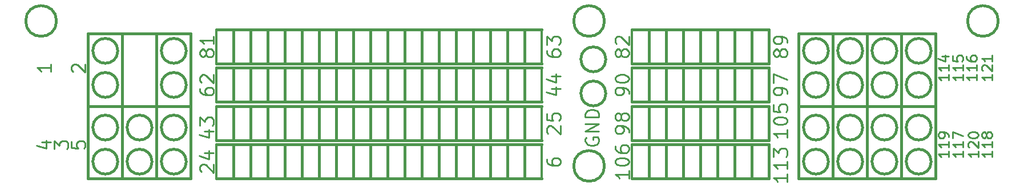
<source format=gto>
G04 (created by PCBNEW (2013-07-07 BZR 4022)-stable) date 10/06/2014 08:12:37*
%MOIN*%
G04 Gerber Fmt 3.4, Leading zero omitted, Abs format*
%FSLAX34Y34*%
G01*
G70*
G90*
G04 APERTURE LIST*
%ADD10C,0.00590551*%
%ADD11C,0.015*%
%ADD12C,0.00984252*%
%ADD13C,0.012*%
G04 APERTURE END LIST*
G54D10*
G54D11*
X51000Y-31500D02*
X51000Y-33500D01*
X50000Y-33500D02*
X50000Y-31500D01*
X49000Y-31500D02*
X49000Y-33500D01*
X48000Y-33500D02*
X48000Y-31500D01*
X47000Y-31500D02*
X47000Y-33500D01*
X46000Y-31500D02*
X46000Y-33500D01*
X45000Y-33500D02*
X45000Y-31500D01*
X44000Y-31500D02*
X44000Y-33500D01*
X43000Y-33500D02*
X43000Y-31500D01*
X42000Y-31500D02*
X42000Y-33500D01*
X41000Y-33500D02*
X41000Y-31500D01*
X40000Y-31500D02*
X40000Y-33500D01*
X39000Y-33500D02*
X39000Y-31500D01*
X38000Y-31500D02*
X38000Y-33500D01*
X37000Y-33500D02*
X37000Y-31500D01*
X36000Y-31500D02*
X36000Y-33500D01*
X35000Y-33500D02*
X35000Y-31500D01*
X34000Y-31500D02*
X34000Y-33500D01*
X34000Y-29250D02*
X34000Y-31250D01*
X35000Y-31250D02*
X35000Y-29250D01*
X36000Y-29250D02*
X36000Y-31250D01*
X37000Y-31250D02*
X37000Y-29250D01*
X38000Y-29250D02*
X38000Y-31250D01*
X39000Y-31250D02*
X39000Y-29250D01*
X40000Y-29250D02*
X40000Y-31250D01*
X41000Y-31250D02*
X41000Y-29250D01*
X42000Y-29250D02*
X42000Y-31250D01*
X43000Y-31250D02*
X43000Y-29250D01*
X44000Y-31250D02*
X44000Y-29250D01*
X45000Y-29250D02*
X45000Y-31250D01*
X46000Y-31250D02*
X46000Y-29250D01*
X47000Y-29250D02*
X47000Y-31250D01*
X48000Y-31250D02*
X48000Y-29250D01*
X49000Y-29250D02*
X49000Y-31250D01*
X50000Y-31250D02*
X50000Y-29250D01*
X51000Y-29250D02*
X51000Y-31250D01*
X51000Y-29000D02*
X51000Y-27000D01*
X50000Y-27000D02*
X50000Y-29000D01*
X49000Y-29000D02*
X49000Y-27000D01*
X48000Y-27000D02*
X48000Y-29000D01*
X47000Y-29000D02*
X47000Y-27000D01*
X46000Y-29000D02*
X46000Y-27000D01*
X45000Y-27000D02*
X45000Y-29000D01*
X44000Y-29000D02*
X44000Y-27000D01*
X43000Y-27000D02*
X43000Y-29000D01*
X42000Y-29000D02*
X42000Y-27000D01*
X41000Y-27000D02*
X41000Y-29000D01*
X40000Y-29000D02*
X40000Y-27000D01*
X39000Y-27000D02*
X39000Y-29000D01*
X38000Y-29000D02*
X38000Y-27000D01*
X37000Y-27000D02*
X37000Y-29000D01*
X36000Y-29000D02*
X36000Y-27000D01*
X35000Y-27000D02*
X35000Y-29000D01*
X34000Y-29000D02*
X34000Y-27000D01*
X34000Y-24750D02*
X34000Y-26750D01*
X35000Y-26750D02*
X35000Y-24750D01*
X36000Y-24750D02*
X36000Y-26750D01*
X37000Y-26750D02*
X37000Y-24750D01*
X38000Y-24750D02*
X38000Y-26750D01*
X39000Y-26750D02*
X39000Y-24750D01*
X40000Y-24750D02*
X40000Y-26750D01*
X41000Y-26750D02*
X41000Y-24750D01*
X42000Y-24750D02*
X42000Y-26750D01*
X43000Y-26750D02*
X43000Y-24750D01*
X44000Y-24750D02*
X44000Y-26750D01*
X45000Y-26750D02*
X45000Y-24750D01*
X46000Y-24750D02*
X46000Y-26750D01*
X47000Y-26750D02*
X47000Y-24750D01*
X48000Y-24750D02*
X48000Y-26750D01*
X49000Y-26750D02*
X49000Y-24750D01*
X50000Y-24750D02*
X50000Y-26750D01*
X51000Y-26750D02*
X51000Y-24750D01*
X64250Y-33500D02*
X64250Y-31500D01*
X63250Y-33500D02*
X63250Y-31500D01*
X62250Y-33500D02*
X62250Y-31500D01*
X61250Y-33500D02*
X61250Y-31500D01*
X60250Y-33500D02*
X60250Y-31500D01*
X59250Y-33500D02*
X59250Y-31500D01*
X58250Y-31500D02*
X59250Y-31500D01*
X58250Y-33500D02*
X58250Y-31500D01*
X58250Y-31250D02*
X58250Y-29250D01*
X59250Y-31250D02*
X59250Y-29250D01*
X60250Y-31250D02*
X60250Y-29250D01*
X61250Y-31250D02*
X61250Y-29250D01*
X62250Y-31250D02*
X62250Y-29250D01*
X63250Y-31250D02*
X63250Y-29250D01*
X64250Y-31250D02*
X64250Y-29250D01*
X64250Y-29000D02*
X64250Y-27000D01*
X63250Y-29000D02*
X63250Y-27000D01*
X62250Y-29000D02*
X62250Y-27000D01*
X61250Y-29000D02*
X61250Y-27000D01*
X60250Y-29000D02*
X60250Y-27000D01*
X59250Y-29000D02*
X59250Y-27000D01*
X58250Y-29000D02*
X58250Y-27000D01*
X64250Y-26750D02*
X64250Y-24750D01*
X63250Y-26750D02*
X63250Y-24750D01*
X62250Y-26750D02*
X62250Y-24750D01*
X61250Y-26750D02*
X61250Y-24750D01*
X60250Y-26750D02*
X60250Y-24750D01*
X59250Y-26750D02*
X59250Y-24750D01*
X58250Y-26750D02*
X58250Y-24750D01*
X73000Y-25000D02*
X73000Y-33500D01*
X69000Y-25000D02*
X69000Y-33500D01*
X71000Y-25000D02*
X71000Y-33500D01*
X67000Y-29250D02*
X75000Y-29250D01*
X67000Y-33500D02*
X67000Y-25000D01*
X75000Y-33500D02*
X67000Y-33500D01*
X75000Y-25000D02*
X75000Y-33500D01*
X67000Y-25000D02*
X75000Y-25000D01*
X27500Y-33500D02*
X27500Y-25000D01*
X29500Y-33500D02*
X29500Y-25000D01*
X25500Y-29250D02*
X31500Y-29250D01*
X31500Y-33500D02*
X31500Y-25000D01*
X25500Y-33500D02*
X31500Y-33500D01*
X25500Y-25000D02*
X25500Y-33500D01*
X31500Y-25000D02*
X25500Y-25000D01*
G54D12*
X32368Y-26199D02*
X32331Y-26274D01*
X32293Y-26312D01*
X32218Y-26349D01*
X32181Y-26349D01*
X32106Y-26312D01*
X32068Y-26274D01*
X32031Y-26199D01*
X32031Y-26049D01*
X32068Y-25974D01*
X32106Y-25937D01*
X32181Y-25899D01*
X32218Y-25899D01*
X32293Y-25937D01*
X32331Y-25974D01*
X32368Y-26049D01*
X32368Y-26199D01*
X32406Y-26274D01*
X32443Y-26312D01*
X32518Y-26349D01*
X32668Y-26349D01*
X32743Y-26312D01*
X32781Y-26274D01*
X32818Y-26199D01*
X32818Y-26049D01*
X32781Y-25974D01*
X32743Y-25937D01*
X32668Y-25899D01*
X32518Y-25899D01*
X32443Y-25937D01*
X32406Y-25974D01*
X32368Y-26049D01*
X32818Y-25150D02*
X32818Y-25600D01*
X32818Y-25375D02*
X32031Y-25375D01*
X32143Y-25450D01*
X32218Y-25525D01*
X32256Y-25600D01*
X32031Y-28224D02*
X32031Y-28374D01*
X32068Y-28449D01*
X32106Y-28487D01*
X32218Y-28562D01*
X32368Y-28599D01*
X32668Y-28599D01*
X32743Y-28562D01*
X32781Y-28524D01*
X32818Y-28449D01*
X32818Y-28299D01*
X32781Y-28224D01*
X32743Y-28187D01*
X32668Y-28149D01*
X32481Y-28149D01*
X32406Y-28187D01*
X32368Y-28224D01*
X32331Y-28299D01*
X32331Y-28449D01*
X32368Y-28524D01*
X32406Y-28562D01*
X32481Y-28599D01*
X32106Y-27850D02*
X32068Y-27812D01*
X32031Y-27737D01*
X32031Y-27550D01*
X32068Y-27475D01*
X32106Y-27437D01*
X32181Y-27400D01*
X32256Y-27400D01*
X32368Y-27437D01*
X32818Y-27887D01*
X32818Y-27400D01*
X32293Y-30724D02*
X32818Y-30724D01*
X31993Y-30912D02*
X32556Y-31099D01*
X32556Y-30612D01*
X32031Y-30387D02*
X32031Y-29900D01*
X32331Y-30162D01*
X32331Y-30050D01*
X32368Y-29975D01*
X32406Y-29937D01*
X32481Y-29900D01*
X32668Y-29900D01*
X32743Y-29937D01*
X32781Y-29975D01*
X32818Y-30050D01*
X32818Y-30275D01*
X32781Y-30350D01*
X32743Y-30387D01*
X32106Y-33099D02*
X32068Y-33062D01*
X32031Y-32987D01*
X32031Y-32799D01*
X32068Y-32724D01*
X32106Y-32687D01*
X32181Y-32649D01*
X32256Y-32649D01*
X32368Y-32687D01*
X32818Y-33137D01*
X32818Y-32649D01*
X32293Y-31975D02*
X32818Y-31975D01*
X31993Y-32162D02*
X32556Y-32350D01*
X32556Y-31862D01*
X54568Y-31099D02*
X54531Y-31174D01*
X54531Y-31287D01*
X54568Y-31399D01*
X54643Y-31474D01*
X54718Y-31512D01*
X54868Y-31549D01*
X54981Y-31549D01*
X55131Y-31512D01*
X55206Y-31474D01*
X55281Y-31399D01*
X55318Y-31287D01*
X55318Y-31212D01*
X55281Y-31099D01*
X55243Y-31062D01*
X54981Y-31062D01*
X54981Y-31212D01*
X55318Y-30724D02*
X54531Y-30724D01*
X55318Y-30275D01*
X54531Y-30275D01*
X55318Y-29900D02*
X54531Y-29900D01*
X54531Y-29712D01*
X54568Y-29600D01*
X54643Y-29525D01*
X54718Y-29487D01*
X54868Y-29450D01*
X54981Y-29450D01*
X55131Y-29487D01*
X55206Y-29525D01*
X55281Y-29600D01*
X55318Y-29712D01*
X55318Y-29900D01*
X52281Y-25974D02*
X52281Y-26124D01*
X52318Y-26199D01*
X52356Y-26237D01*
X52468Y-26312D01*
X52618Y-26349D01*
X52918Y-26349D01*
X52993Y-26312D01*
X53031Y-26274D01*
X53068Y-26199D01*
X53068Y-26049D01*
X53031Y-25974D01*
X52993Y-25937D01*
X52918Y-25899D01*
X52731Y-25899D01*
X52656Y-25937D01*
X52618Y-25974D01*
X52581Y-26049D01*
X52581Y-26199D01*
X52618Y-26274D01*
X52656Y-26312D01*
X52731Y-26349D01*
X52281Y-25637D02*
X52281Y-25150D01*
X52581Y-25412D01*
X52581Y-25300D01*
X52618Y-25225D01*
X52656Y-25187D01*
X52731Y-25150D01*
X52918Y-25150D01*
X52993Y-25187D01*
X53031Y-25225D01*
X53068Y-25300D01*
X53068Y-25525D01*
X53031Y-25600D01*
X52993Y-25637D01*
X52543Y-28224D02*
X53068Y-28224D01*
X52243Y-28412D02*
X52806Y-28599D01*
X52806Y-28112D01*
X52543Y-27475D02*
X53068Y-27475D01*
X52243Y-27662D02*
X52806Y-27850D01*
X52806Y-27362D01*
X52356Y-30849D02*
X52318Y-30812D01*
X52281Y-30737D01*
X52281Y-30549D01*
X52318Y-30474D01*
X52356Y-30437D01*
X52431Y-30399D01*
X52506Y-30399D01*
X52618Y-30437D01*
X53068Y-30887D01*
X53068Y-30399D01*
X52281Y-29687D02*
X52281Y-30062D01*
X52656Y-30100D01*
X52618Y-30062D01*
X52581Y-29987D01*
X52581Y-29800D01*
X52618Y-29725D01*
X52656Y-29687D01*
X52731Y-29650D01*
X52918Y-29650D01*
X52993Y-29687D01*
X53031Y-29725D01*
X53068Y-29800D01*
X53068Y-29987D01*
X53031Y-30062D01*
X52993Y-30100D01*
X52281Y-32350D02*
X52281Y-32500D01*
X52318Y-32574D01*
X52356Y-32612D01*
X52468Y-32687D01*
X52618Y-32724D01*
X52918Y-32724D01*
X52993Y-32687D01*
X53031Y-32649D01*
X53068Y-32574D01*
X53068Y-32425D01*
X53031Y-32350D01*
X52993Y-32312D01*
X52918Y-32275D01*
X52731Y-32275D01*
X52656Y-32312D01*
X52618Y-32350D01*
X52581Y-32425D01*
X52581Y-32574D01*
X52618Y-32649D01*
X52656Y-32687D01*
X52731Y-32724D01*
X56618Y-26199D02*
X56581Y-26274D01*
X56543Y-26312D01*
X56468Y-26349D01*
X56431Y-26349D01*
X56356Y-26312D01*
X56318Y-26274D01*
X56281Y-26199D01*
X56281Y-26049D01*
X56318Y-25974D01*
X56356Y-25937D01*
X56431Y-25899D01*
X56468Y-25899D01*
X56543Y-25937D01*
X56581Y-25974D01*
X56618Y-26049D01*
X56618Y-26199D01*
X56656Y-26274D01*
X56693Y-26312D01*
X56768Y-26349D01*
X56918Y-26349D01*
X56993Y-26312D01*
X57031Y-26274D01*
X57068Y-26199D01*
X57068Y-26049D01*
X57031Y-25974D01*
X56993Y-25937D01*
X56918Y-25899D01*
X56768Y-25899D01*
X56693Y-25937D01*
X56656Y-25974D01*
X56618Y-26049D01*
X56356Y-25600D02*
X56318Y-25562D01*
X56281Y-25487D01*
X56281Y-25300D01*
X56318Y-25225D01*
X56356Y-25187D01*
X56431Y-25150D01*
X56506Y-25150D01*
X56618Y-25187D01*
X57068Y-25637D01*
X57068Y-25150D01*
X57068Y-28524D02*
X57068Y-28374D01*
X57031Y-28299D01*
X56993Y-28262D01*
X56881Y-28187D01*
X56731Y-28149D01*
X56431Y-28149D01*
X56356Y-28187D01*
X56318Y-28224D01*
X56281Y-28299D01*
X56281Y-28449D01*
X56318Y-28524D01*
X56356Y-28562D01*
X56431Y-28599D01*
X56618Y-28599D01*
X56693Y-28562D01*
X56731Y-28524D01*
X56768Y-28449D01*
X56768Y-28299D01*
X56731Y-28224D01*
X56693Y-28187D01*
X56618Y-28149D01*
X56281Y-27662D02*
X56281Y-27587D01*
X56318Y-27512D01*
X56356Y-27475D01*
X56431Y-27437D01*
X56581Y-27400D01*
X56768Y-27400D01*
X56918Y-27437D01*
X56993Y-27475D01*
X57031Y-27512D01*
X57068Y-27587D01*
X57068Y-27662D01*
X57031Y-27737D01*
X56993Y-27775D01*
X56918Y-27812D01*
X56768Y-27850D01*
X56581Y-27850D01*
X56431Y-27812D01*
X56356Y-27775D01*
X56318Y-27737D01*
X56281Y-27662D01*
X57068Y-30774D02*
X57068Y-30624D01*
X57031Y-30549D01*
X56993Y-30512D01*
X56881Y-30437D01*
X56731Y-30399D01*
X56431Y-30399D01*
X56356Y-30437D01*
X56318Y-30474D01*
X56281Y-30549D01*
X56281Y-30699D01*
X56318Y-30774D01*
X56356Y-30812D01*
X56431Y-30849D01*
X56618Y-30849D01*
X56693Y-30812D01*
X56731Y-30774D01*
X56768Y-30699D01*
X56768Y-30549D01*
X56731Y-30474D01*
X56693Y-30437D01*
X56618Y-30399D01*
X56618Y-29950D02*
X56581Y-30025D01*
X56543Y-30062D01*
X56468Y-30100D01*
X56431Y-30100D01*
X56356Y-30062D01*
X56318Y-30025D01*
X56281Y-29950D01*
X56281Y-29800D01*
X56318Y-29725D01*
X56356Y-29687D01*
X56431Y-29650D01*
X56468Y-29650D01*
X56543Y-29687D01*
X56581Y-29725D01*
X56618Y-29800D01*
X56618Y-29950D01*
X56656Y-30025D01*
X56693Y-30062D01*
X56768Y-30100D01*
X56918Y-30100D01*
X56993Y-30062D01*
X57031Y-30025D01*
X57068Y-29950D01*
X57068Y-29800D01*
X57031Y-29725D01*
X56993Y-29687D01*
X56918Y-29650D01*
X56768Y-29650D01*
X56693Y-29687D01*
X56656Y-29725D01*
X56618Y-29800D01*
X57068Y-33024D02*
X57068Y-33474D01*
X57068Y-33249D02*
X56281Y-33249D01*
X56393Y-33324D01*
X56468Y-33399D01*
X56506Y-33474D01*
X56281Y-32537D02*
X56281Y-32462D01*
X56318Y-32387D01*
X56356Y-32350D01*
X56431Y-32312D01*
X56581Y-32275D01*
X56768Y-32275D01*
X56918Y-32312D01*
X56993Y-32350D01*
X57031Y-32387D01*
X57068Y-32462D01*
X57068Y-32537D01*
X57031Y-32612D01*
X56993Y-32649D01*
X56918Y-32687D01*
X56768Y-32724D01*
X56581Y-32724D01*
X56431Y-32687D01*
X56356Y-32649D01*
X56318Y-32612D01*
X56281Y-32537D01*
X56281Y-31600D02*
X56281Y-31750D01*
X56318Y-31825D01*
X56356Y-31862D01*
X56468Y-31937D01*
X56618Y-31975D01*
X56918Y-31975D01*
X56993Y-31937D01*
X57031Y-31900D01*
X57068Y-31825D01*
X57068Y-31675D01*
X57031Y-31600D01*
X56993Y-31562D01*
X56918Y-31525D01*
X56731Y-31525D01*
X56656Y-31562D01*
X56618Y-31600D01*
X56581Y-31675D01*
X56581Y-31825D01*
X56618Y-31900D01*
X56656Y-31937D01*
X56731Y-31975D01*
X65868Y-26199D02*
X65831Y-26274D01*
X65793Y-26312D01*
X65718Y-26349D01*
X65681Y-26349D01*
X65606Y-26312D01*
X65568Y-26274D01*
X65531Y-26199D01*
X65531Y-26049D01*
X65568Y-25974D01*
X65606Y-25937D01*
X65681Y-25899D01*
X65718Y-25899D01*
X65793Y-25937D01*
X65831Y-25974D01*
X65868Y-26049D01*
X65868Y-26199D01*
X65906Y-26274D01*
X65943Y-26312D01*
X66018Y-26349D01*
X66168Y-26349D01*
X66243Y-26312D01*
X66281Y-26274D01*
X66318Y-26199D01*
X66318Y-26049D01*
X66281Y-25974D01*
X66243Y-25937D01*
X66168Y-25899D01*
X66018Y-25899D01*
X65943Y-25937D01*
X65906Y-25974D01*
X65868Y-26049D01*
X66318Y-25525D02*
X66318Y-25375D01*
X66281Y-25300D01*
X66243Y-25262D01*
X66131Y-25187D01*
X65981Y-25150D01*
X65681Y-25150D01*
X65606Y-25187D01*
X65568Y-25225D01*
X65531Y-25300D01*
X65531Y-25450D01*
X65568Y-25525D01*
X65606Y-25562D01*
X65681Y-25600D01*
X65868Y-25600D01*
X65943Y-25562D01*
X65981Y-25525D01*
X66018Y-25450D01*
X66018Y-25300D01*
X65981Y-25225D01*
X65943Y-25187D01*
X65868Y-25150D01*
X66318Y-28524D02*
X66318Y-28374D01*
X66281Y-28299D01*
X66243Y-28262D01*
X66131Y-28187D01*
X65981Y-28149D01*
X65681Y-28149D01*
X65606Y-28187D01*
X65568Y-28224D01*
X65531Y-28299D01*
X65531Y-28449D01*
X65568Y-28524D01*
X65606Y-28562D01*
X65681Y-28599D01*
X65868Y-28599D01*
X65943Y-28562D01*
X65981Y-28524D01*
X66018Y-28449D01*
X66018Y-28299D01*
X65981Y-28224D01*
X65943Y-28187D01*
X65868Y-28149D01*
X65531Y-27887D02*
X65531Y-27362D01*
X66318Y-27700D01*
X66318Y-30624D02*
X66318Y-31074D01*
X66318Y-30849D02*
X65531Y-30849D01*
X65643Y-30924D01*
X65718Y-30999D01*
X65756Y-31074D01*
X65531Y-30137D02*
X65531Y-30062D01*
X65568Y-29987D01*
X65606Y-29950D01*
X65681Y-29912D01*
X65831Y-29875D01*
X66018Y-29875D01*
X66168Y-29912D01*
X66243Y-29950D01*
X66281Y-29987D01*
X66318Y-30062D01*
X66318Y-30137D01*
X66281Y-30212D01*
X66243Y-30249D01*
X66168Y-30287D01*
X66018Y-30324D01*
X65831Y-30324D01*
X65681Y-30287D01*
X65606Y-30249D01*
X65568Y-30212D01*
X65531Y-30137D01*
X65531Y-29162D02*
X65531Y-29537D01*
X65906Y-29575D01*
X65868Y-29537D01*
X65831Y-29462D01*
X65831Y-29275D01*
X65868Y-29200D01*
X65906Y-29162D01*
X65981Y-29125D01*
X66168Y-29125D01*
X66243Y-29162D01*
X66281Y-29200D01*
X66318Y-29275D01*
X66318Y-29462D01*
X66281Y-29537D01*
X66243Y-29575D01*
X66318Y-33224D02*
X66318Y-33674D01*
X66318Y-33449D02*
X65531Y-33449D01*
X65643Y-33524D01*
X65718Y-33599D01*
X65756Y-33674D01*
X66318Y-32475D02*
X66318Y-32924D01*
X66318Y-32700D02*
X65531Y-32700D01*
X65643Y-32774D01*
X65718Y-32849D01*
X65756Y-32924D01*
X65531Y-32212D02*
X65531Y-31725D01*
X65831Y-31987D01*
X65831Y-31875D01*
X65868Y-31800D01*
X65906Y-31762D01*
X65981Y-31725D01*
X66168Y-31725D01*
X66243Y-31762D01*
X66281Y-31800D01*
X66318Y-31875D01*
X66318Y-32100D01*
X66281Y-32175D01*
X66243Y-32212D01*
X24531Y-31312D02*
X24531Y-31687D01*
X24906Y-31724D01*
X24868Y-31687D01*
X24831Y-31612D01*
X24831Y-31425D01*
X24868Y-31350D01*
X24906Y-31312D01*
X24981Y-31275D01*
X25168Y-31275D01*
X25243Y-31312D01*
X25281Y-31350D01*
X25318Y-31425D01*
X25318Y-31612D01*
X25281Y-31687D01*
X25243Y-31724D01*
X23531Y-31762D02*
X23531Y-31275D01*
X23831Y-31537D01*
X23831Y-31425D01*
X23868Y-31350D01*
X23906Y-31312D01*
X23981Y-31275D01*
X24168Y-31275D01*
X24243Y-31312D01*
X24281Y-31350D01*
X24318Y-31425D01*
X24318Y-31649D01*
X24281Y-31724D01*
X24243Y-31762D01*
X22793Y-31350D02*
X23318Y-31350D01*
X22493Y-31537D02*
X23056Y-31724D01*
X23056Y-31237D01*
X24606Y-27224D02*
X24568Y-27187D01*
X24531Y-27112D01*
X24531Y-26925D01*
X24568Y-26850D01*
X24606Y-26812D01*
X24681Y-26775D01*
X24756Y-26775D01*
X24868Y-26812D01*
X25318Y-27262D01*
X25318Y-26775D01*
X23318Y-26775D02*
X23318Y-27224D01*
X23318Y-27000D02*
X22531Y-27000D01*
X22643Y-27074D01*
X22718Y-27149D01*
X22756Y-27224D01*
X78289Y-27393D02*
X78289Y-27731D01*
X78289Y-27562D02*
X77698Y-27562D01*
X77782Y-27618D01*
X77839Y-27674D01*
X77867Y-27731D01*
X77754Y-27168D02*
X77726Y-27140D01*
X77698Y-27084D01*
X77698Y-26943D01*
X77726Y-26887D01*
X77754Y-26859D01*
X77810Y-26831D01*
X77867Y-26831D01*
X77951Y-26859D01*
X78289Y-27196D01*
X78289Y-26831D01*
X78289Y-26268D02*
X78289Y-26606D01*
X78289Y-26437D02*
X77698Y-26437D01*
X77782Y-26493D01*
X77839Y-26550D01*
X77867Y-26606D01*
X77389Y-27393D02*
X77389Y-27731D01*
X77389Y-27562D02*
X76798Y-27562D01*
X76882Y-27618D01*
X76939Y-27674D01*
X76967Y-27731D01*
X77389Y-26831D02*
X77389Y-27168D01*
X77389Y-26999D02*
X76798Y-26999D01*
X76882Y-27056D01*
X76939Y-27112D01*
X76967Y-27168D01*
X76798Y-26325D02*
X76798Y-26437D01*
X76826Y-26493D01*
X76854Y-26521D01*
X76939Y-26578D01*
X77051Y-26606D01*
X77276Y-26606D01*
X77332Y-26578D01*
X77360Y-26550D01*
X77389Y-26493D01*
X77389Y-26381D01*
X77360Y-26325D01*
X77332Y-26296D01*
X77276Y-26268D01*
X77135Y-26268D01*
X77079Y-26296D01*
X77051Y-26325D01*
X77023Y-26381D01*
X77023Y-26493D01*
X77051Y-26550D01*
X77079Y-26578D01*
X77135Y-26606D01*
X76589Y-27393D02*
X76589Y-27731D01*
X76589Y-27562D02*
X75998Y-27562D01*
X76082Y-27618D01*
X76139Y-27674D01*
X76167Y-27731D01*
X76589Y-26831D02*
X76589Y-27168D01*
X76589Y-26999D02*
X75998Y-26999D01*
X76082Y-27056D01*
X76139Y-27112D01*
X76167Y-27168D01*
X75998Y-26296D02*
X75998Y-26578D01*
X76279Y-26606D01*
X76251Y-26578D01*
X76223Y-26521D01*
X76223Y-26381D01*
X76251Y-26325D01*
X76279Y-26296D01*
X76335Y-26268D01*
X76476Y-26268D01*
X76532Y-26296D01*
X76560Y-26325D01*
X76589Y-26381D01*
X76589Y-26521D01*
X76560Y-26578D01*
X76532Y-26606D01*
X75739Y-27393D02*
X75739Y-27731D01*
X75739Y-27562D02*
X75148Y-27562D01*
X75232Y-27618D01*
X75289Y-27674D01*
X75317Y-27731D01*
X75739Y-26831D02*
X75739Y-27168D01*
X75739Y-26999D02*
X75148Y-26999D01*
X75232Y-27056D01*
X75289Y-27112D01*
X75317Y-27168D01*
X75345Y-26325D02*
X75739Y-26325D01*
X75120Y-26465D02*
X75542Y-26606D01*
X75542Y-26240D01*
X78289Y-31893D02*
X78289Y-32231D01*
X78289Y-32062D02*
X77698Y-32062D01*
X77782Y-32118D01*
X77839Y-32174D01*
X77867Y-32231D01*
X78289Y-31331D02*
X78289Y-31668D01*
X78289Y-31499D02*
X77698Y-31499D01*
X77782Y-31556D01*
X77839Y-31612D01*
X77867Y-31668D01*
X77951Y-30993D02*
X77923Y-31050D01*
X77895Y-31078D01*
X77839Y-31106D01*
X77810Y-31106D01*
X77754Y-31078D01*
X77726Y-31050D01*
X77698Y-30993D01*
X77698Y-30881D01*
X77726Y-30825D01*
X77754Y-30796D01*
X77810Y-30768D01*
X77839Y-30768D01*
X77895Y-30796D01*
X77923Y-30825D01*
X77951Y-30881D01*
X77951Y-30993D01*
X77979Y-31050D01*
X78007Y-31078D01*
X78064Y-31106D01*
X78176Y-31106D01*
X78232Y-31078D01*
X78260Y-31050D01*
X78289Y-30993D01*
X78289Y-30881D01*
X78260Y-30825D01*
X78232Y-30796D01*
X78176Y-30768D01*
X78064Y-30768D01*
X78007Y-30796D01*
X77979Y-30825D01*
X77951Y-30881D01*
X77489Y-31893D02*
X77489Y-32231D01*
X77489Y-32062D02*
X76898Y-32062D01*
X76982Y-32118D01*
X77039Y-32174D01*
X77067Y-32231D01*
X76954Y-31668D02*
X76926Y-31640D01*
X76898Y-31584D01*
X76898Y-31443D01*
X76926Y-31387D01*
X76954Y-31359D01*
X77010Y-31331D01*
X77067Y-31331D01*
X77151Y-31359D01*
X77489Y-31696D01*
X77489Y-31331D01*
X76898Y-30965D02*
X76898Y-30909D01*
X76926Y-30853D01*
X76954Y-30825D01*
X77010Y-30796D01*
X77123Y-30768D01*
X77264Y-30768D01*
X77376Y-30796D01*
X77432Y-30825D01*
X77460Y-30853D01*
X77489Y-30909D01*
X77489Y-30965D01*
X77460Y-31021D01*
X77432Y-31050D01*
X77376Y-31078D01*
X77264Y-31106D01*
X77123Y-31106D01*
X77010Y-31078D01*
X76954Y-31050D01*
X76926Y-31021D01*
X76898Y-30965D01*
X76589Y-31893D02*
X76589Y-32231D01*
X76589Y-32062D02*
X75998Y-32062D01*
X76082Y-32118D01*
X76139Y-32174D01*
X76167Y-32231D01*
X76589Y-31331D02*
X76589Y-31668D01*
X76589Y-31499D02*
X75998Y-31499D01*
X76082Y-31556D01*
X76139Y-31612D01*
X76167Y-31668D01*
X75998Y-31134D02*
X75998Y-30740D01*
X76589Y-30993D01*
X75739Y-31893D02*
X75739Y-32231D01*
X75739Y-32062D02*
X75148Y-32062D01*
X75232Y-32118D01*
X75289Y-32174D01*
X75317Y-32231D01*
X75739Y-31331D02*
X75739Y-31668D01*
X75739Y-31499D02*
X75148Y-31499D01*
X75232Y-31556D01*
X75289Y-31612D01*
X75317Y-31668D01*
X75739Y-31050D02*
X75739Y-30937D01*
X75710Y-30881D01*
X75682Y-30853D01*
X75598Y-30796D01*
X75485Y-30768D01*
X75260Y-30768D01*
X75204Y-30796D01*
X75176Y-30825D01*
X75148Y-30881D01*
X75148Y-30993D01*
X75176Y-31050D01*
X75204Y-31078D01*
X75260Y-31106D01*
X75401Y-31106D01*
X75457Y-31078D01*
X75485Y-31050D01*
X75514Y-30993D01*
X75514Y-30881D01*
X75485Y-30825D01*
X75457Y-30796D01*
X75401Y-30768D01*
G54D11*
X33000Y-31500D02*
X52000Y-31500D01*
X52000Y-33500D02*
X33000Y-33500D01*
G54D13*
X33000Y-33500D02*
X33000Y-31500D01*
X52000Y-33500D02*
X52000Y-31500D01*
G54D11*
X33000Y-29250D02*
X52000Y-29250D01*
X52000Y-31250D02*
X33000Y-31250D01*
G54D13*
X33000Y-31250D02*
X33000Y-29250D01*
X52000Y-31250D02*
X52000Y-29250D01*
G54D11*
X33000Y-27000D02*
X52000Y-27000D01*
X52000Y-29000D02*
X33000Y-29000D01*
G54D13*
X33000Y-29000D02*
X33000Y-27000D01*
X52000Y-29000D02*
X52000Y-27000D01*
G54D11*
X33000Y-24750D02*
X52000Y-24750D01*
X52000Y-26750D02*
X33000Y-26750D01*
G54D13*
X33000Y-26750D02*
X33000Y-24750D01*
X52000Y-26750D02*
X52000Y-24750D01*
G54D11*
X27228Y-28000D02*
G75*
G03X27228Y-28000I-728J0D01*
G74*
G01*
X27228Y-26000D02*
G75*
G03X27228Y-26000I-728J0D01*
G74*
G01*
X31228Y-28000D02*
G75*
G03X31228Y-28000I-728J0D01*
G74*
G01*
X31228Y-26000D02*
G75*
G03X31228Y-26000I-728J0D01*
G74*
G01*
X29228Y-30500D02*
G75*
G03X29228Y-30500I-728J0D01*
G74*
G01*
X29228Y-32500D02*
G75*
G03X29228Y-32500I-728J0D01*
G74*
G01*
X27228Y-32500D02*
G75*
G03X27228Y-32500I-728J0D01*
G74*
G01*
X27228Y-30500D02*
G75*
G03X27228Y-30500I-728J0D01*
G74*
G01*
X31228Y-30500D02*
G75*
G03X31228Y-30500I-728J0D01*
G74*
G01*
X31228Y-32500D02*
G75*
G03X31228Y-32500I-728J0D01*
G74*
G01*
X57250Y-27000D02*
X65250Y-27000D01*
X65250Y-27000D02*
X65250Y-29000D01*
X65250Y-29000D02*
X57250Y-29000D01*
G54D13*
X57250Y-27000D02*
X57250Y-29000D01*
G54D11*
X57250Y-29250D02*
X65250Y-29250D01*
X65250Y-29250D02*
X65250Y-31250D01*
X65250Y-31250D02*
X57250Y-31250D01*
G54D13*
X57250Y-29250D02*
X57250Y-31250D01*
G54D11*
X57250Y-31500D02*
X65250Y-31500D01*
X65250Y-31500D02*
X65250Y-33500D01*
X65250Y-33500D02*
X57250Y-33500D01*
G54D13*
X57250Y-31500D02*
X57250Y-33500D01*
G54D11*
X57250Y-24750D02*
X65250Y-24750D01*
X65250Y-24750D02*
X65250Y-26750D01*
X65250Y-26750D02*
X57250Y-26750D01*
G54D13*
X57250Y-24750D02*
X57250Y-26750D01*
G54D11*
X74728Y-28000D02*
G75*
G03X74728Y-28000I-728J0D01*
G74*
G01*
X74728Y-26000D02*
G75*
G03X74728Y-26000I-728J0D01*
G74*
G01*
X72728Y-32500D02*
G75*
G03X72728Y-32500I-728J0D01*
G74*
G01*
X72728Y-30500D02*
G75*
G03X72728Y-30500I-728J0D01*
G74*
G01*
X68728Y-32500D02*
G75*
G03X68728Y-32500I-728J0D01*
G74*
G01*
X68728Y-30500D02*
G75*
G03X68728Y-30500I-728J0D01*
G74*
G01*
X74728Y-32500D02*
G75*
G03X74728Y-32500I-728J0D01*
G74*
G01*
X74728Y-30500D02*
G75*
G03X74728Y-30500I-728J0D01*
G74*
G01*
X70728Y-32500D02*
G75*
G03X70728Y-32500I-728J0D01*
G74*
G01*
X70728Y-30500D02*
G75*
G03X70728Y-30500I-728J0D01*
G74*
G01*
X72728Y-28000D02*
G75*
G03X72728Y-28000I-728J0D01*
G74*
G01*
X72728Y-26000D02*
G75*
G03X72728Y-26000I-728J0D01*
G74*
G01*
X70728Y-26000D02*
G75*
G03X70728Y-26000I-728J0D01*
G74*
G01*
X70728Y-28000D02*
G75*
G03X70728Y-28000I-728J0D01*
G74*
G01*
X68728Y-28000D02*
G75*
G03X68728Y-28000I-728J0D01*
G74*
G01*
X68728Y-26000D02*
G75*
G03X68728Y-26000I-728J0D01*
G74*
G01*
X55728Y-26500D02*
G75*
G03X55728Y-26500I-728J0D01*
G74*
G01*
X55728Y-28500D02*
G75*
G03X55728Y-28500I-728J0D01*
G74*
G01*
X23650Y-24250D02*
G75*
G03X23650Y-24250I-900J0D01*
G74*
G01*
X55650Y-24250D02*
G75*
G03X55650Y-24250I-900J0D01*
G74*
G01*
X78650Y-24250D02*
G75*
G03X78650Y-24250I-900J0D01*
G74*
G01*
X55650Y-32750D02*
G75*
G03X55650Y-32750I-900J0D01*
G74*
G01*
M02*

</source>
